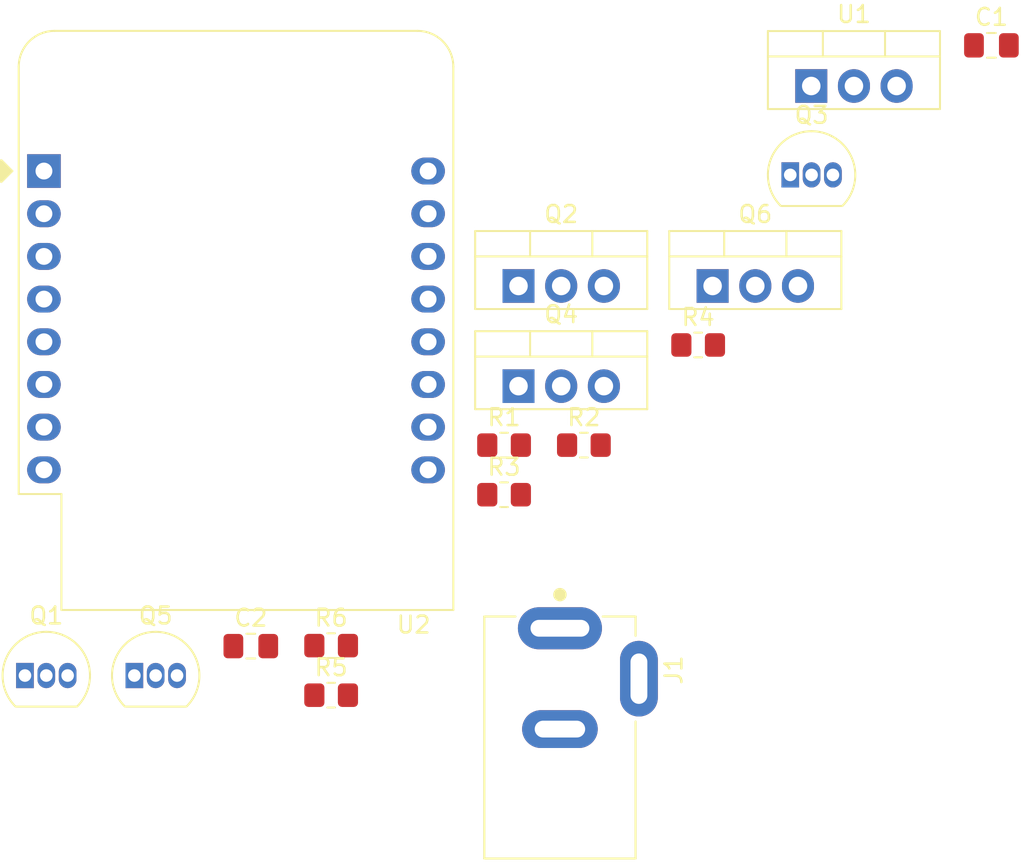
<source format=kicad_pcb>
(kicad_pcb (version 20211014) (generator pcbnew)
  (layers (0 "F.Cu" signal) (31 "B.Cu" signal) (34 "B.Paste" user) (35 "F.Paste" user) (36 "B.SilkS" user "B.Silkscreen") (37 "F.SilkS" user "F.Silkscreen") (38 "B.Mask" user) (39 "F.Mask" user) (44 "Edge.Cuts" user))
  (net 0 "")
  (net 1 "+12V")
  (net 2 "GND")
  (net 3 "+5V")
  (net 5 "Net-(Q1-Pad1)")
  (net 6 "Net-(Q1-Pad2)")
  (net 7 "Led_R")
  (net 8 "Net-(Q3-Pad1)")
  (net 9 "Net-(Q3-Pad2)")
  (net 10 "Led_G")
  (net 11 "Net-(Q5-Pad1)")
  (net 12 "Net-(Q5-Pad2)")
  (net 13 "Led_B")
  (net 14 "Gpio_R")
  (net 15 "Gpio_G")
  (net 16 "Gpio_B")
  (footprint "Resistor_SMD:R_0805_2012Metric_Pad1.20x1.40mm_HandSolder" (layer "F.Cu") (at 138.5 91.24)
    (fp_text reference "R3" (at 0 -1.65) (layer "F.SilkS"))
    (fp_text value "10K")
    (fp_line (start -0.227064 -0.735) (end 0.227064 -0.735) (layer "F.SilkS") (width 0.12))
    (fp_line (start -0.227064 0.735) (end 0.227064 0.735) (layer "F.SilkS") (width 0.12))
    (pad "1" smd roundrect (at -1 0) (size 1.2 1.4) (layers "F.Cu" "F.Paste" "F.Mask") (roundrect_rratio 0.208333) (net 15 "Gpio_G"))
    (pad "2" smd roundrect (at 1 0) (size 1.2 1.4) (layers "F.Cu" "F.Paste" "F.Mask") (roundrect_rratio 0.208333) (net 9 "Net-(Q3-Pad2)"))
  )
  (footprint "Capacitor_SMD:C_0805_2012Metric_Pad1.18x1.45mm_HandSolder" (layer "F.Cu") (at 123.43 100.25)
    (fp_text reference "C2" (at 0 -1.68) (layer "F.SilkS"))
    (fp_text value "10uF")
    (fp_line (start -0.261252 -0.735) (end 0.261252 -0.735) (layer "F.SilkS") (width 0.12))
    (fp_line (start -0.261252 0.735) (end 0.261252 0.735) (layer "F.SilkS") (width 0.12))
    (pad "1" smd roundrect (at -1.0375 0) (size 1.175 1.45) (layers "F.Cu" "F.Paste" "F.Mask") (roundrect_rratio 0.212766) (net 3 "+5V"))
    (pad "2" smd roundrect (at 1.0375 0) (size 1.175 1.45) (layers "F.Cu" "F.Paste" "F.Mask") (roundrect_rratio 0.212766) (net 2 "GND"))
  )
  (footprint "Resistor_SMD:R_0805_2012Metric_Pad1.20x1.40mm_HandSolder" (layer "F.Cu") (at 128.21 100.22)
    (fp_text reference "R6" (at 0 -1.65) (layer "F.SilkS"))
    (fp_text value "10K")
    (fp_line (start -0.227064 0.735) (end 0.227064 0.735) (layer "F.SilkS") (width 0.12))
    (fp_line (start -0.227064 -0.735) (end 0.227064 -0.735) (layer "F.SilkS") (width 0.12))
    (pad "1" smd roundrect (at -1 0) (size 1.2 1.4) (layers "F.Cu" "F.Paste" "F.Mask") (roundrect_rratio 0.208333) (net 11 "Net-(Q5-Pad1)"))
    (pad "2" smd roundrect (at 1 0) (size 1.2 1.4) (layers "F.Cu" "F.Paste" "F.Mask") (roundrect_rratio 0.208333) (net 1 "+12V"))
  )
  (footprint "Resistor_SMD:R_0805_2012Metric_Pad1.20x1.40mm_HandSolder" (layer "F.Cu") (at 138.5 88.29)
    (fp_text reference "R1" (at 0 -1.65) (layer "F.SilkS"))
    (fp_text value "10K")
    (fp_line (start -0.227064 0.735) (end 0.227064 0.735) (layer "F.SilkS") (width 0.12))
    (fp_line (start -0.227064 -0.735) (end 0.227064 -0.735) (layer "F.SilkS") (width 0.12))
    (pad "1" smd roundrect (at -1 0) (size 1.2 1.4) (layers "F.Cu" "F.Paste" "F.Mask") (roundrect_rratio 0.208333) (net 14 "Gpio_R"))
    (pad "2" smd roundrect (at 1 0) (size 1.2 1.4) (layers "F.Cu" "F.Paste" "F.Mask") (roundrect_rratio 0.208333) (net 6 "Net-(Q1-Pad2)"))
  )
  (footprint "Resistor_SMD:R_0805_2012Metric_Pad1.20x1.40mm_HandSolder" (layer "F.Cu") (at 150.05 82.33)
    (fp_text reference "R4" (at 0 -1.65) (layer "F.SilkS"))
    (fp_text value "10K")
    (fp_line (start -0.227064 -0.735) (end 0.227064 -0.735) (layer "F.SilkS") (width 0.12))
    (fp_line (start -0.227064 0.735) (end 0.227064 0.735) (layer "F.SilkS") (width 0.12))
    (pad "1" smd roundrect (at -1 0) (size 1.2 1.4) (layers "F.Cu" "F.Paste" "F.Mask") (roundrect_rratio 0.208333) (net 8 "Net-(Q3-Pad1)"))
    (pad "2" smd roundrect (at 1 0) (size 1.2 1.4) (layers "F.Cu" "F.Paste" "F.Mask") (roundrect_rratio 0.208333) (net 1 "+12V"))
  )
  (footprint "Resistor_SMD:R_0805_2012Metric_Pad1.20x1.40mm_HandSolder" (layer "F.Cu") (at 143.25 88.29)
    (fp_text reference "R2" (at 0 -1.65) (layer "F.SilkS"))
    (fp_text value "10K")
    (fp_line (start -0.227064 -0.735) (end 0.227064 -0.735) (layer "F.SilkS") (width 0.12))
    (fp_line (start -0.227064 0.735) (end 0.227064 0.735) (layer "F.SilkS") (width 0.12))
    (pad "1" smd roundrect (at -1 0) (size 1.2 1.4) (layers "F.Cu" "F.Paste" "F.Mask") (roundrect_rratio 0.208333) (net 5 "Net-(Q1-Pad1)"))
    (pad "2" smd roundrect (at 1 0) (size 1.2 1.4) (layers "F.Cu" "F.Paste" "F.Mask") (roundrect_rratio 0.208333) (net 1 "+12V"))
  )
  (footprint "Package_TO_SOT_THT:TO-92_Inline" (layer "F.Cu") (at 109.99 102)
    (fp_text reference "Q1" (at 1.27 -3.56) (layer "F.SilkS"))
    (fp_text value "BC548")
    (fp_line (start -0.53 1.85) (end 3.07 1.85) (layer "F.SilkS") (width 0.12))
    (fp_arc (start 1.27 -2.6) (mid 3.672087 -0.994977) (end 3.108478 1.838478) (layer "F.SilkS") (width 0.12))
    (fp_arc (start -0.568478 1.838478) (mid -1.132087 -0.994977) (end 1.27 -2.6) (layer "F.SilkS") (width 0.12))
    (pad "1" thru_hole rect (at 0 0) (size 1.05 1.5) (drill 0.75) (layers *.Cu *.Mask) (net 5 "Net-(Q1-Pad1)"))
    (pad "2" thru_hole oval (at 1.27 0) (size 1.05 1.5) (drill 0.75) (layers *.Cu *.Mask) (net 6 "Net-(Q1-Pad2)"))
    (pad "3" thru_hole oval (at 2.54 0) (size 1.05 1.5) (drill 0.75) (layers *.Cu *.Mask) (net 2 "GND"))
  )
  (footprint "Package_TO_SOT_THT:TO-220-3_Vertical" (layer "F.Cu") (at 156.78 66.92)
    (fp_text reference "U1" (at 2.54 -4.27) (layer "F.SilkS"))
    (fp_text value "LM7805_TO220")
    (fp_line (start 0.69 -3.27) (end 0.69 -1.76) (layer "F.SilkS") (width 0.12))
    (fp_line (start 7.66 -3.27) (end 7.66 1.371) (layer "F.SilkS") (width 0.12))
    (fp_line (start -2.58 -3.27) (end -2.58 1.371) (layer "F.SilkS") (width 0.12))
    (fp_line (start -2.58 1.371) (end 7.66 1.371) (layer "F.SilkS") (width 0.12))
    (fp_line (start 4.391 -3.27) (end 4.391 -1.76) (layer "F.SilkS") (width 0.12))
    (fp_line (start -2.58 -1.76) (end 7.66 -1.76) (layer "F.SilkS") (width 0.12))
    (fp_line (start -2.58 -3.27) (end 7.66 -3.27) (layer "F.SilkS") (width 0.12))
    (pad "1" thru_hole rect (at 0 0) (size 1.905 2) (drill 1.1) (layers *.Cu *.Mask) (net 1 "+12V"))
    (pad "2" thru_hole oval (at 2.54 0) (size 1.905 2) (drill 1.1) (layers *.Cu *.Mask) (net 2 "GND"))
    (pad "3" thru_hole oval (at 5.08 0) (size 1.905 2) (drill 1.1) (layers *.Cu *.Mask) (net 3 "+5V"))
  )
  (footprint "Package_TO_SOT_THT:TO-220-3_Vertical" (layer "F.Cu") (at 139.36 78.82)
    (fp_text reference "Q2" (at 2.54 -4.27) (layer "F.SilkS"))
    (fp_text value "IRF540N")
    (fp_line (start -2.58 -3.27) (end 7.66 -3.27) (layer "F.SilkS") (width 0.12))
    (fp_line (start 7.66 -3.27) (end 7.66 1.371) (layer "F.SilkS") (width 0.12))
    (fp_line (start 4.391 -3.27) (end 4.391 -1.76) (layer "F.SilkS") (width 0.12))
    (fp_line (start -2.58 1.371) (end 7.66 1.371) (layer "F.SilkS") (width 0.12))
    (fp_line (start -2.58 -3.27) (end -2.58 1.371) (layer "F.SilkS") (width 0.12))
    (fp_line (start 0.69 -3.27) (end 0.69 -1.76) (layer "F.SilkS") (width 0.12))
    (fp_line (start -2.58 -1.76) (end 7.66 -1.76) (layer "F.SilkS") (width 0.12))
    (pad "1" thru_hole rect (at 0 0) (size 1.905 2) (drill 1.1) (layers *.Cu *.Mask) (net 5 "Net-(Q1-Pad1)"))
    (pad "2" thru_hole oval (at 2.54 0) (size 1.905 2) (drill 1.1) (layers *.Cu *.Mask) (net 7 "Led_R"))
    (pad "3" thru_hole oval (at 5.08 0) (size 1.905 2) (drill 1.1) (layers *.Cu *.Mask) (net 2 "GND"))
  )
  (footprint "Package_TO_SOT_THT:TO-220-3_Vertical" (layer "F.Cu") (at 150.91 78.82)
    (fp_text reference "Q6" (at 2.54 -4.27) (layer "F.SilkS"))
    (fp_text value "IRF540N")
    (fp_line (start 7.66 -3.27) (end 7.66 1.371) (layer "F.SilkS") (width 0.12))
    (fp_line (start -2.58 -3.27) (end 7.66 -3.27) (layer "F.SilkS") (width 0.12))
    (fp_line (start -2.58 -3.27) (end -2.58 1.371) (layer "F.SilkS") (width 0.12))
    (fp_line (start -2.58 1.371) (end 7.66 1.371) (layer "F.SilkS") (width 0.12))
    (fp_line (start 4.391 -3.27) (end 4.391 -1.76) (layer "F.SilkS") (width 0.12))
    (fp_line (start 0.69 -3.27) (end 0.69 -1.76) (layer "F.SilkS") (width 0.12))
    (fp_line (start -2.58 -1.76) (end 7.66 -1.76) (layer "F.SilkS") (width 0.12))
    (pad "1" thru_hole rect (at 0 0) (size 1.905 2) (drill 1.1) (layers *.Cu *.Mask) (net 11 "Net-(Q5-Pad1)"))
    (pad "2" thru_hole oval (at 2.54 0) (size 1.905 2) (drill 1.1) (layers *.Cu *.Mask) (net 13 "Led_B"))
    (pad "3" thru_hole oval (at 5.08 0) (size 1.905 2) (drill 1.1) (layers *.Cu *.Mask) (net 2 "GND"))
  )
  (footprint "Package_TO_SOT_THT:TO-92_Inline" (layer "F.Cu") (at 116.5 102)
    (fp_text reference "Q5" (at 1.27 -3.56) (layer "F.SilkS"))
    (fp_text value "BC548")
    (fp_line (start -0.53 1.85) (end 3.07 1.85) (layer "F.SilkS") (width 0.12))
    (fp_arc (start 1.27 -2.6) (mid 3.672087 -0.994977) (end 3.108478 1.838478) (layer "F.SilkS") (width 0.12))
    (fp_arc (start -0.568478 1.838478) (mid -1.132087 -0.994977) (end 1.27 -2.6) (layer "F.SilkS") (width 0.12))
    (pad "1" thru_hole rect (at 0 0) (size 1.05 1.5) (drill 0.75) (layers *.Cu *.Mask) (net 11 "Net-(Q5-Pad1)"))
    (pad "2" thru_hole oval (at 1.27 0) (size 1.05 1.5) (drill 0.75) (layers *.Cu *.Mask) (net 12 "Net-(Q5-Pad2)"))
    (pad "3" thru_hole oval (at 2.54 0) (size 1.05 1.5) (drill 0.75) (layers *.Cu *.Mask) (net 2 "GND"))
  )
  (footprint "Package_TO_SOT_THT:TO-220-3_Vertical" (layer "F.Cu") (at 139.36 84.78)
    (fp_text reference "Q4" (at 2.54 -4.27) (layer "F.SilkS"))
    (fp_text value "IRF540N")
    (fp_line (start -2.58 -3.27) (end 7.66 -3.27) (layer "F.SilkS") (width 0.12))
    (fp_line (start 4.391 -3.27) (end 4.391 -1.76) (layer "F.SilkS") (width 0.12))
    (fp_line (start 7.66 -3.27) (end 7.66 1.371) (layer "F.SilkS") (width 0.12))
    (fp_line (start -2.58 -3.27) (end -2.58 1.371) (layer "F.SilkS") (width 0.12))
    (fp_line (start -2.58 -1.76) (end 7.66 -1.76) (layer "F.SilkS") (width 0.12))
    (fp_line (start -2.58 1.371) (end 7.66 1.371) (layer "F.SilkS") (width 0.12))
    (fp_line (start 0.69 -3.27) (end 0.69 -1.76) (layer "F.SilkS") (width 0.12))
    (pad "1" thru_hole rect (at 0 0) (size 1.905 2) (drill 1.1) (layers *.Cu *.Mask) (net 8 "Net-(Q3-Pad1)"))
    (pad "2" thru_hole oval (at 2.54 0) (size 1.905 2) (drill 1.1) (layers *.Cu *.Mask) (net 10 "Led_G"))
    (pad "3" thru_hole oval (at 5.08 0) (size 1.905 2) (drill 1.1) (layers *.Cu *.Mask) (net 2 "GND"))
  )
  (footprint "Resistor_SMD:R_0805_2012Metric_Pad1.20x1.40mm_HandSolder" (layer "F.Cu") (at 128.21 103.17)
    (fp_text reference "R5" (at 0 -1.65) (layer "F.SilkS"))
    (fp_text value "10K")
    (fp_line (start -0.227064 0.735) (end 0.227064 0.735) (layer "F.SilkS") (width 0.12))
    (fp_line (start -0.227064 -0.735) (end 0.227064 -0.735) (layer "F.SilkS") (width 0.12))
    (pad "1" smd roundrect (at -1 0) (size 1.2 1.4) (layers "F.Cu" "F.Paste" "F.Mask") (roundrect_rratio 0.208333) (net 16 "Gpio_B"))
    (pad "2" smd roundrect (at 1 0) (size 1.2 1.4) (layers "F.Cu" "F.Paste" "F.Mask") (roundrect_rratio 0.208333) (net 12 "Net-(Q5-Pad2)"))
  )
  (footprint "Capacitor_SMD:C_0805_2012Metric_Pad1.18x1.45mm_HandSolder" (layer "F.Cu") (at 167.5 64.5)
    (fp_text reference "C1" (at 0 -1.68) (layer "F.SilkS"))
    (fp_text value "10uF")
    (fp_line (start -0.261252 0.735) (end 0.261252 0.735) (layer "F.SilkS") (width 0.12))
    (fp_line (start -0.261252 -0.735) (end 0.261252 -0.735) (layer "F.SilkS") (width 0.12))
    (pad "1" smd roundrect (at -1.0375 0) (size 1.175 1.45) (layers "F.Cu" "F.Paste" "F.Mask") (roundrect_rratio 0.212766) (net 1 "+12V"))
    (pad "2" smd roundrect (at 1.0375 0) (size 1.175 1.45) (layers "F.Cu" "F.Paste" "F.Mask") (roundrect_rratio 0.212766) (net 2 "GND"))
  )
  (footprint "footprints:CUI_PJ-002B" (layer "F.Cu") (at 141.825 99.1875 -90)
    (fp_text reference "J1" (at 2.486547 -6.769195 90) (layer "F.SilkS") (effects (font (size 1.000622 1.000622))))
    (fp_text value "PJ-002B")
    (fp_line (start 13.7 4.5) (end -0.7 4.5) (layer "F.SilkS") (width 0.127))
    (fp_line (start 5.55 -4.5) (end 13.7 -4.5) (layer "F.SilkS") (width 0.127))
    (fp_line (start 13.7 -4.5) (end 13.7 4.5) (layer "F.SilkS") (width 0.127))
    (fp_line (start -0.7 4.5) (end -0.7 2.65) (layer "F.SilkS") (width 0.127))
    (fp_line (start -0.7 -2.55) (end -0.7 -4.5) (layer "F.SilkS") (width 0.127))
    (fp_line (start -0.7 -4.5) (end 0.45 -4.5) (layer "F.SilkS") (width 0.127))
    (fp_circle (center -2 0) (end -1.8 0) (layer "F.SilkS") (width 0.4) (fill none))
    (pad "1" thru_hole oval locked (at 0 0 270) (size 2.5 5) (drill oval 1 3.5) (layers *.Cu *.Mask) (net 1 "+12V"))
    (pad "2" thru_hole oval locked (at 6 0 270) (size 2.25 4.5) (drill oval 1 3) (layers *.Cu *.Mask) (net 2 "GND"))
    (pad "3" thru_hole oval locked (at 3 -4.7 270) (size 4.5 2.25) (drill oval 3 1) (layers *.Cu *.Mask))
  )
  (footprint "Package_TO_SOT_THT:TO-92_Inline" (layer "F.Cu") (at 155.53 72.21)
    (fp_text reference "Q3" (at 1.27 -3.56) (layer "F.SilkS"))
    (fp_text value "BC548")
    (fp_line (start -0.53 1.85) (end 3.07 1.85) (layer "F.SilkS") (width 0.12))
    (fp_arc (start 1.27 -2.6) (mid 3.672087 -0.994977) (end 3.108478 1.838478) (layer "F.SilkS") (width 0.12))
    (fp_arc (start -0.568478 1.838478) (mid -1.132087 -0.994977) (end 1.27 -2.6) (layer "F.SilkS") (width 0.12))
    (pad "1" thru_hole rect (at 0 0) (size 1.05 1.5) (drill 0.75) (layers *.Cu *.Mask) (net 8 "Net-(Q3-Pad1)"))
    (pad "2" thru_hole oval (at 1.27 0) (size 1.05 1.5) (drill 0.75) (layers *.Cu *.Mask) (net 9 "Net-(Q3-Pad2)"))
    (pad "3" thru_hole oval (at 2.54 0) (size 1.05 1.5) (drill 0.75) (layers *.Cu *.Mask) (net 2 "GND"))
  )
  (footprint "Module:WEMOS_D1_mini_light" (layer "F.Cu") (at 111.12 71.98)
    (fp_text reference "U2" (at 22 27) (layer "F.SilkS"))
    (fp_text value "WeMos_D1_mini")
    (fp_line (start 24.36 26.12) (end 24.36 -6.21) (layer "F.SilkS") (width 0.12))
    (fp_line (start -1.5 19.22) (end 1.04 19.22) (layer "F.SilkS") (width 0.12))
    (fp_line (start 1.04 19.22) (end 1.04 26.12) (layer "F.SilkS") (width 0.12))
    (fp_line (start 22.24 -8.34) (end 0.63 -8.34) (layer "F.SilkS") (width 0.12))
    (fp_line (start 1.04 26.12) (end 24.36 26.12) (layer "F.SilkS") (width 0.12))
    (fp_line (start -1.5 19.22) (end -1.5 -6.21) (layer "F.SilkS") (width 0.12))
    (fp_arc (start 22.23 -8.34) (mid 23.736137 -7.716137) (end 24.36 -6.21) (layer "F.SilkS") (width 0.12))
    (fp_arc (start -1.5 -6.21) (mid -0.876137 -7.716137) (end 0.63 -8.34) (layer "F.SilkS") (width 0.12))
    (fp_poly (pts (xy -2.54 -0.635) (xy -2.54 0.635) (xy -1.905 0)) (layer "F.SilkS") (width 0.15) (fill solid))
    (pad "1" thru_hole rect (at 0 0) (size 2 2) (drill 1) (layers *.Cu *.Mask))
    (pad "2" thru_hole oval (at 0 2.54) (size 2 1.6) (drill 1) (layers *.Cu *.Mask))
    (pad "3" thru_hole oval (at 0 5.08) (size 2 1.6) (drill 1) (layers *.Cu *.Mask))
    (pad "4" thru_hole oval (at 0 7.62) (size 2 1.6) (drill 1) (layers *.Cu *.Mask))
    (pad "5" thru_hole oval (at 0 10.16) (size 2 1.6) (drill 1) (layers *.Cu *.Mask))
    (pad "6" thru_hole oval (at 0 12.7) (size 2 1.6) (drill 1) (layers *.Cu *.Mask))
    (pad "7" thru_hole oval (at 0 15.24) (size 2 1.6) (drill 1) (layers *.Cu *.Mask))
    (pad "8" thru_hole oval (at 0 17.78) (size 2 1.6) (drill 1) (layers *.Cu *.Mask))
    (pad "9" thru_hole oval (at 22.86 17.78) (size 2 1.6) (drill 1) (layers *.Cu *.Mask) (net 3 "+5V"))
    (pad "10" thru_hole oval (at 22.86 15.24) (size 2 1.6) (drill 1) (layers *.Cu *.Mask) (net 2 "GND"))
    (pad "11" thru_hole oval (at 22.86 12.7) (size 2 1.6) (drill 1) (layers *.Cu *.Mask))
    (pad "12" thru_hole oval (at 22.86 10.16) (size 2 1.6) (drill 1) (layers *.Cu *.Mask))
    (pad "13" thru_hole oval (at 22.86 7.62) (size 2 1.6) (drill 1) (layers *.Cu *.Mask))
    (pad "14" thru_hole oval (at 22.86 5.08) (size 2 1.6) (drill 1) (layers *.Cu *.Mask))
    (pad "15" thru_hole oval (at 22.86 2.54) (size 2 1.6) (drill 1) (layers *.Cu *.Mask))
    (pad "16" thru_hole oval (at 22.86 0) (size 2 1.6) (drill 1) (layers *.Cu *.Mask))
  )
)
</source>
